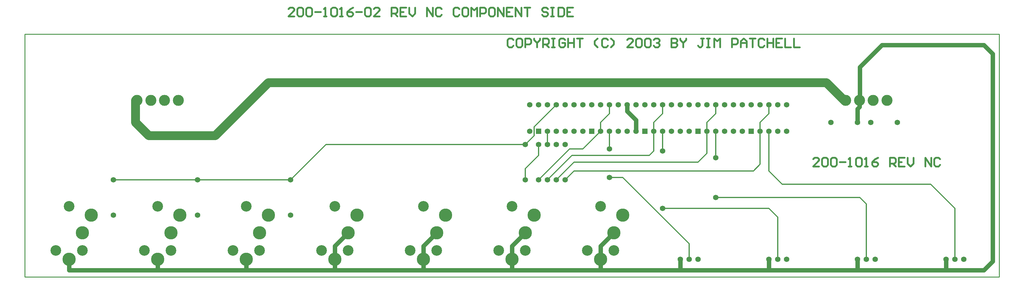
<source format=gtl>
*%FSLAX23Y23*%
*%MOIN*%
G01*
%ADD11C,0.006*%
%ADD12C,0.007*%
%ADD13C,0.008*%
%ADD14C,0.010*%
%ADD15C,0.012*%
%ADD16C,0.020*%
%ADD17C,0.036*%
%ADD18C,0.050*%
%ADD19C,0.056*%
%ADD20C,0.060*%
%ADD21C,0.062*%
%ADD22C,0.066*%
%ADD23C,0.068*%
%ADD24C,0.070*%
%ADD25C,0.080*%
%ADD26C,0.090*%
%ADD27C,0.095*%
%ADD28C,0.100*%
%ADD29C,0.115*%
%ADD30C,0.120*%
%ADD31C,0.125*%
%ADD32C,0.126*%
%ADD33C,0.131*%
%ADD34C,0.150*%
%ADD35C,0.156*%
%ADD36R,0.062X0.062*%
%ADD37R,0.068X0.068*%
D14*
X4228Y6463D02*
X15228D01*
Y9213D02*
X4228D01*
X15228D02*
Y6463D01*
X4228D02*
Y9213D01*
D15*
X9878Y7688D02*
X10028Y7838D01*
X9978Y8163D02*
X10228Y8413D01*
X7628Y7963D02*
X7228Y7563D01*
X10528Y7913D02*
X10728Y8113D01*
X10378Y7913D02*
X10028Y7563D01*
X10128D02*
X10403Y7838D01*
X10428Y7763D02*
X10228Y7563D01*
X14453Y7513D02*
X14728Y7238D01*
X12778Y7513D02*
X12628Y7663D01*
X11728Y6838D02*
X10978Y7588D01*
X12028Y7363D02*
X13653D01*
X12628Y7238D02*
X11428D01*
X6178Y7563D02*
X5228D01*
X6178D02*
X7228D01*
X12778Y7513D02*
X14453D01*
X10978Y7588D02*
X10828D01*
X10428Y7763D02*
X11828D01*
X12453Y7663D02*
X10428D01*
X9878Y7963D02*
X7628D01*
X10378Y7913D02*
X10528D01*
X10403Y7838D02*
X11278D01*
X9878Y7688D02*
Y7563D01*
Y7963D02*
X9978Y8063D01*
X10028Y7963D02*
Y7838D01*
X9978Y8063D02*
Y8163D01*
X10128Y8113D02*
Y7963D01*
X10428Y7663D02*
X10328Y7563D01*
X10828Y8313D02*
Y8413D01*
X10728Y8213D02*
Y8113D01*
X10828D02*
Y7913D01*
X10728Y8213D02*
X10828Y8313D01*
X11428D02*
Y8413D01*
X11328Y8213D02*
Y8113D01*
Y7888D01*
X11428D02*
Y8113D01*
X11328Y8213D02*
X11428Y8313D01*
X11328Y7888D02*
X11278Y7838D01*
X11728Y6838D02*
Y6663D01*
X11828Y7763D02*
X11928Y7863D01*
X12028Y8313D02*
Y8413D01*
X11928Y8213D02*
Y8088D01*
Y8113D01*
Y7863D01*
X12028Y7813D02*
Y8113D01*
X11928Y8213D02*
X12028Y8313D01*
X12528Y8213D02*
Y8113D01*
Y7738D01*
Y8213D02*
X12628Y8313D01*
X12528Y7738D02*
X12453Y7663D01*
X12628Y8313D02*
Y8413D01*
Y8113D02*
Y7663D01*
X12728Y7138D02*
Y6663D01*
Y7138D02*
X12628Y7238D01*
X13728Y7288D02*
Y6663D01*
Y7288D02*
X13653Y7363D01*
X14728Y7238D02*
Y6663D01*
D16*
X7270Y9413D02*
X7203D01*
X7270Y9480D01*
Y9496D01*
X7253Y9513D01*
X7220D01*
X7203Y9496D01*
X7303D02*
X7320Y9513D01*
X7353D01*
X7370Y9496D01*
Y9430D01*
X7353Y9413D01*
X7320D01*
X7303Y9430D01*
Y9496D01*
X7403D02*
X7420Y9513D01*
X7453D01*
X7470Y9496D01*
Y9430D01*
X7453Y9413D01*
X7420D01*
X7403Y9430D01*
Y9496D01*
X7503Y9463D02*
X7570D01*
X7603Y9413D02*
X7636D01*
X7620D01*
Y9513D01*
X7621D01*
X7620D02*
X7603Y9496D01*
X7686D02*
X7703Y9513D01*
X7736D01*
X7753Y9496D01*
Y9430D01*
X7736Y9413D01*
X7703D01*
X7686Y9430D01*
Y9496D01*
X7786Y9413D02*
X7819D01*
X7803D01*
Y9513D01*
X7804D01*
X7803D02*
X7786Y9496D01*
X7903D02*
X7936Y9513D01*
X7903Y9496D02*
X7869Y9463D01*
Y9430D01*
X7886Y9413D01*
X7919D01*
X7936Y9430D01*
Y9446D01*
X7919Y9463D01*
X7869D01*
X7969D02*
X8036D01*
X8069Y9496D02*
X8086Y9513D01*
X8119D01*
X8136Y9496D01*
Y9430D01*
X8119Y9413D01*
X8086D01*
X8069Y9430D01*
Y9496D01*
X8169Y9413D02*
X8236D01*
X8169D02*
X8236Y9480D01*
Y9496D01*
X8219Y9513D01*
X8186D01*
X8169Y9496D01*
X8369Y9513D02*
Y9413D01*
Y9513D02*
X8419D01*
X8436Y9496D01*
Y9463D01*
X8419Y9446D01*
X8369D01*
X8403D02*
X8436Y9413D01*
X8469Y9513D02*
X8536D01*
X8469D02*
Y9413D01*
X8536D01*
X8503Y9463D02*
X8469D01*
X8569Y9446D02*
Y9513D01*
Y9446D02*
X8603Y9413D01*
X8636Y9446D01*
Y9513D01*
X8769D02*
Y9413D01*
X8836D02*
X8769Y9513D01*
X8836D02*
Y9413D01*
X8936Y9496D02*
X8919Y9513D01*
X8886D01*
X8869Y9496D01*
Y9430D01*
X8886Y9413D01*
X8919D01*
X8936Y9430D01*
X9119Y9513D02*
X9136Y9496D01*
X9119Y9513D02*
X9086D01*
X9069Y9496D01*
Y9430D01*
X9086Y9413D01*
X9119D01*
X9136Y9430D01*
X9186Y9513D02*
X9219D01*
X9186D02*
X9169Y9496D01*
Y9430D01*
X9186Y9413D01*
X9219D01*
X9236Y9430D01*
Y9496D01*
X9219Y9513D01*
X9269D02*
Y9413D01*
X9302Y9480D02*
X9269Y9513D01*
X9302Y9480D02*
X9336Y9513D01*
Y9413D01*
X9369D02*
Y9513D01*
X9419D01*
X9436Y9496D01*
Y9463D01*
X9419Y9446D01*
X9369D01*
X9486Y9513D02*
X9519D01*
X9486D02*
X9469Y9496D01*
Y9430D01*
X9486Y9413D01*
X9519D01*
X9536Y9430D01*
Y9496D01*
X9519Y9513D01*
X9569D02*
Y9413D01*
X9636D02*
X9569Y9513D01*
X9636D02*
Y9413D01*
X9669Y9513D02*
X9736D01*
X9669D02*
Y9413D01*
X9736D01*
X9702Y9463D02*
X9669D01*
X9769Y9413D02*
Y9513D01*
X9835Y9413D01*
Y9513D01*
X9869D02*
X9935D01*
X9902D01*
Y9413D01*
X10119Y9513D02*
X10135Y9496D01*
X10119Y9513D02*
X10085D01*
X10069Y9496D01*
Y9480D01*
X10085Y9463D01*
X10119D01*
X10135Y9446D01*
Y9430D01*
X10119Y9413D01*
X10085D01*
X10069Y9430D01*
X10169Y9513D02*
X10202D01*
X10185D01*
Y9413D01*
X10169D01*
X10202D01*
X10252D02*
Y9513D01*
Y9413D02*
X10302D01*
X10319Y9430D01*
Y9496D01*
X10302Y9513D01*
X10252D01*
X10352D02*
X10419D01*
X10352D02*
Y9413D01*
X10419D01*
X10385Y9463D02*
X10352D01*
X9745Y9146D02*
X9728Y9163D01*
X9695D01*
X9678Y9146D01*
Y9080D01*
X9695Y9063D01*
X9728D01*
X9745Y9080D01*
X9795Y9163D02*
X9828D01*
X9795D02*
X9778Y9146D01*
Y9080D01*
X9795Y9063D01*
X9828D01*
X9845Y9080D01*
Y9146D01*
X9828Y9163D01*
X9878D02*
Y9063D01*
Y9163D02*
X9928D01*
X9945Y9146D01*
Y9113D01*
X9928Y9096D01*
X9878D01*
X9978Y9146D02*
Y9163D01*
Y9146D02*
X10011Y9113D01*
X10045Y9146D01*
Y9163D01*
X10011Y9113D02*
Y9063D01*
X10078D02*
Y9163D01*
X10128D01*
X10145Y9146D01*
Y9113D01*
X10128Y9096D01*
X10078D01*
X10111D02*
X10145Y9063D01*
X10178Y9163D02*
X10211D01*
X10194D01*
Y9063D01*
X10178D01*
X10211D01*
X10311Y9163D02*
X10328Y9146D01*
X10311Y9163D02*
X10278D01*
X10261Y9146D01*
Y9080D01*
X10278Y9063D01*
X10311D01*
X10328Y9080D01*
Y9113D01*
X10294D01*
X10361Y9063D02*
Y9163D01*
Y9113D02*
Y9063D01*
Y9113D02*
X10428D01*
Y9163D01*
Y9063D01*
X10461Y9163D02*
X10528D01*
X10494D01*
Y9063D01*
X10661Y9096D02*
X10694Y9063D01*
X10661Y9096D02*
Y9130D01*
X10694Y9163D01*
X10794D02*
X10811Y9146D01*
X10794Y9163D02*
X10761D01*
X10744Y9146D01*
Y9080D01*
X10761Y9063D01*
X10794D01*
X10811Y9080D01*
X10844Y9063D02*
X10878Y9096D01*
Y9130D01*
X10844Y9163D01*
X11028Y9063D02*
X11094D01*
X11028D02*
X11094Y9130D01*
Y9146D01*
X11078Y9163D01*
X11044D01*
X11028Y9146D01*
X11128D02*
X11144Y9163D01*
X11178D01*
X11194Y9146D01*
Y9080D01*
X11178Y9063D01*
X11144D01*
X11128Y9080D01*
Y9146D01*
X11227D02*
X11244Y9163D01*
X11277D01*
X11294Y9146D01*
Y9080D01*
X11277Y9063D01*
X11244D01*
X11227Y9080D01*
Y9146D01*
X11327D02*
X11344Y9163D01*
X11377D01*
X11394Y9146D01*
Y9130D01*
X11395D01*
X11394D02*
X11395D01*
X11394D02*
X11395D01*
X11394D02*
X11377Y9113D01*
X11361D01*
X11377D01*
X11394Y9096D01*
Y9080D01*
X11377Y9063D01*
X11344D01*
X11327Y9080D01*
X11527Y9063D02*
Y9163D01*
Y9063D02*
X11577D01*
X11594Y9080D01*
Y9096D01*
X11577Y9113D01*
X11527D01*
X11528D01*
X11527D02*
X11528D01*
X11527D02*
X11528D01*
X11527D02*
X11577D01*
X11594Y9130D01*
Y9146D01*
X11577Y9163D01*
X11527D01*
X11627D02*
Y9146D01*
X11661Y9113D01*
X11694Y9146D01*
Y9163D01*
X11661Y9113D02*
Y9063D01*
X11861Y9163D02*
X11894D01*
X11877D02*
X11861D01*
X11877D02*
Y9080D01*
X11861Y9063D01*
X11844D01*
X11827Y9080D01*
X11927Y9163D02*
X11961D01*
X11944D01*
Y9063D01*
X11927D01*
X11961D01*
X12011D02*
Y9163D01*
X12044Y9130D01*
X12077Y9163D01*
Y9063D01*
X12211D02*
Y9163D01*
X12260D01*
X12277Y9146D01*
Y9113D01*
X12260Y9096D01*
X12211D01*
X12310Y9130D02*
Y9063D01*
Y9130D02*
X12344Y9163D01*
X12377Y9130D01*
Y9063D01*
Y9113D01*
X12310D01*
X12410Y9163D02*
X12477D01*
X12444D01*
Y9063D01*
X12560Y9163D02*
X12577Y9146D01*
X12560Y9163D02*
X12527D01*
X12510Y9146D01*
Y9080D01*
X12527Y9063D01*
X12560D01*
X12577Y9080D01*
X12610Y9063D02*
Y9163D01*
Y9113D02*
Y9063D01*
Y9113D02*
X12677D01*
Y9163D01*
Y9063D01*
X12710Y9163D02*
X12777D01*
X12710D02*
Y9063D01*
X12777D01*
X12744Y9113D02*
X12710D01*
X12810Y9063D02*
Y9163D01*
Y9063D02*
X12877D01*
X12910D02*
Y9163D01*
Y9063D02*
X12977D01*
X13128Y7713D02*
X13195D01*
X13128D02*
X13195Y7780D01*
Y7796D01*
X13178Y7813D01*
X13145D01*
X13128Y7796D01*
X13228D02*
X13245Y7813D01*
X13278D01*
X13295Y7796D01*
Y7730D01*
X13278Y7713D01*
X13245D01*
X13228Y7730D01*
Y7796D01*
X13328D02*
X13345Y7813D01*
X13378D01*
X13395Y7796D01*
Y7730D01*
X13378Y7713D01*
X13345D01*
X13328Y7730D01*
Y7796D01*
X13428Y7763D02*
X13495D01*
X13528Y7713D02*
X13561D01*
X13545D01*
Y7813D01*
X13546D01*
X13545D02*
X13528Y7796D01*
X13611D02*
X13628Y7813D01*
X13661D01*
X13678Y7796D01*
Y7730D01*
X13661Y7713D01*
X13628D01*
X13611Y7730D01*
Y7796D01*
X13711Y7713D02*
X13744D01*
X13728D01*
Y7813D01*
X13729D01*
X13728D02*
X13711Y7796D01*
X13828D02*
X13861Y7813D01*
X13828Y7796D02*
X13794Y7763D01*
Y7730D01*
X13811Y7713D01*
X13844D01*
X13861Y7730D01*
Y7746D01*
X13844Y7763D01*
X13794D01*
X13994Y7713D02*
Y7813D01*
X14044D01*
X14061Y7796D01*
Y7763D01*
X14044Y7746D01*
X13994D01*
X14028D02*
X14061Y7713D01*
X14094Y7813D02*
X14161D01*
X14094D02*
Y7713D01*
X14161D01*
X14128Y7763D02*
X14094D01*
X14194Y7746D02*
Y7813D01*
Y7746D02*
X14228Y7713D01*
X14261Y7746D01*
Y7813D01*
X14394D02*
Y7713D01*
X14461D02*
X14394Y7813D01*
X14461D02*
Y7713D01*
X14561Y7796D02*
X14544Y7813D01*
X14511D01*
X14494Y7796D01*
Y7730D01*
X14511Y7713D01*
X14544D01*
X14561Y7730D01*
D18*
X15153Y6638D02*
X15053Y6538D01*
X13803Y8988D02*
X13903Y9088D01*
X13803Y8988D02*
X13653Y8838D01*
X13650Y8388D02*
X13628Y8366D01*
X7878Y6963D02*
X7728Y6813D01*
X8728D02*
X8878Y6963D01*
X10728Y6813D02*
X10878Y6963D01*
X9878D02*
X9728Y6813D01*
X11128Y8238D02*
X11028Y8338D01*
X15053Y9088D02*
X15153Y8988D01*
X7728Y6538D02*
X6728D01*
X7728D02*
X8728D01*
X9728D01*
X10728D01*
X11628D01*
X12628D01*
X13628D01*
X14628D01*
X15053D01*
X6728D02*
X5728D01*
X4728D01*
Y6663D01*
X5728D02*
Y6538D01*
X13650Y8463D02*
X13653D01*
X6728Y6663D02*
Y6538D01*
X13903Y9088D02*
X15053D01*
X7728Y6663D02*
Y6538D01*
Y6663D02*
Y6813D01*
X8728Y6663D02*
Y6538D01*
Y6663D02*
Y6813D01*
X9728Y6663D02*
Y6538D01*
Y6663D02*
Y6813D01*
X10728Y6663D02*
Y6538D01*
Y6663D02*
Y6813D01*
X11028Y8338D02*
Y8413D01*
X11128Y8238D02*
Y8113D01*
X11628Y6663D02*
Y6538D01*
X12628D02*
Y6663D01*
X13628D02*
Y6538D01*
Y8213D02*
Y8366D01*
X13653Y8463D02*
Y8838D01*
X13650Y8463D02*
Y8388D01*
X14628Y6663D02*
Y6538D01*
X15153Y6638D02*
Y8988D01*
D21*
X12028Y7813D02*
D03*
Y7363D02*
D03*
X11428Y7888D02*
D03*
Y7238D02*
D03*
X10828Y7913D02*
D03*
Y7588D02*
D03*
X14828Y6663D02*
D03*
X14628D02*
D03*
X14728D02*
D03*
X14078Y8213D02*
D03*
X13778D02*
D03*
X13328D02*
D03*
X13628D02*
D03*
X12828Y8113D02*
D03*
Y8413D02*
D03*
Y6663D02*
D03*
X12628D02*
D03*
X12728D02*
D03*
X13828D02*
D03*
X13628D02*
D03*
X13728D02*
D03*
X11128Y8413D02*
D03*
Y8113D02*
D03*
X11428D02*
D03*
X11528D02*
D03*
Y8413D02*
D03*
X11428D02*
D03*
X11328D02*
D03*
X11228D02*
D03*
X11328Y8113D02*
D03*
X11628D02*
D03*
Y8413D02*
D03*
X11728D02*
D03*
Y8113D02*
D03*
X12028D02*
D03*
X12128D02*
D03*
Y8413D02*
D03*
X12028D02*
D03*
X11928D02*
D03*
X11828D02*
D03*
X11928Y8113D02*
D03*
X12228D02*
D03*
Y8413D02*
D03*
X12328D02*
D03*
Y8113D02*
D03*
X12628D02*
D03*
X12728D02*
D03*
Y8413D02*
D03*
X12628D02*
D03*
X12528D02*
D03*
X12428D02*
D03*
X12528Y8113D02*
D03*
X11828Y6663D02*
D03*
X11628D02*
D03*
X11728D02*
D03*
X10028Y7963D02*
D03*
Y7563D02*
D03*
X9878Y7963D02*
D03*
Y7563D02*
D03*
X10128Y7963D02*
D03*
Y7563D02*
D03*
X10228Y7963D02*
D03*
Y7563D02*
D03*
X10328Y7963D02*
D03*
Y7563D02*
D03*
X9928Y8413D02*
D03*
Y8113D02*
D03*
X10228D02*
D03*
X10328D02*
D03*
Y8413D02*
D03*
X10228D02*
D03*
X10128D02*
D03*
X10028D02*
D03*
X10128Y8113D02*
D03*
X10428D02*
D03*
Y8413D02*
D03*
X10528D02*
D03*
Y8113D02*
D03*
X10828D02*
D03*
X10928D02*
D03*
Y8413D02*
D03*
X10828D02*
D03*
X10728D02*
D03*
X10628D02*
D03*
X10728Y8113D02*
D03*
X11028D02*
D03*
Y8413D02*
D03*
X7228Y7163D02*
D03*
Y7563D02*
D03*
X5228Y7163D02*
D03*
Y7563D02*
D03*
X6178Y7163D02*
D03*
Y7563D02*
D03*
D28*
X6378Y8063D02*
X6978Y8663D01*
X5528Y8163D02*
X5478Y8213D01*
X5528Y8163D02*
X5628Y8063D01*
X13278Y8663D02*
X13478Y8463D01*
X5478D02*
Y8213D01*
X5628Y8063D02*
X6378D01*
X6978Y8663D02*
X13278D01*
D30*
X10578Y6763D02*
D03*
X10878D02*
D03*
X10728Y7263D02*
D03*
X9578Y6763D02*
D03*
X9878D02*
D03*
X9728Y7263D02*
D03*
X8578Y6763D02*
D03*
X8878D02*
D03*
X8728Y7263D02*
D03*
X6578Y6763D02*
D03*
X6878D02*
D03*
X6728Y7263D02*
D03*
X7578Y6763D02*
D03*
X7878D02*
D03*
X7728Y7263D02*
D03*
X5578Y6763D02*
D03*
X5878D02*
D03*
X5728Y7263D02*
D03*
X4578Y6763D02*
D03*
X4878D02*
D03*
X4728Y7263D02*
D03*
D31*
X13650Y8463D02*
D03*
X13962D02*
D03*
X13494D02*
D03*
X13806D02*
D03*
X5806D02*
D03*
X5494D02*
D03*
X5962D02*
D03*
X5650D02*
D03*
D34*
X10978Y7163D02*
D03*
X10878Y6963D02*
D03*
X10728Y6663D02*
D03*
X9978Y7163D02*
D03*
X9878Y6963D02*
D03*
X9728Y6663D02*
D03*
X8978Y7163D02*
D03*
X8878Y6963D02*
D03*
X8728Y6663D02*
D03*
X6978Y7163D02*
D03*
X6878Y6963D02*
D03*
X6728Y6663D02*
D03*
X7978Y7163D02*
D03*
X7878Y6963D02*
D03*
X7728Y6663D02*
D03*
X5978Y7163D02*
D03*
X5878Y6963D02*
D03*
X5728Y6663D02*
D03*
X4978Y7163D02*
D03*
X4878Y6963D02*
D03*
X4728Y6663D02*
D03*
D36*
X11228Y8113D02*
D03*
X11828D02*
D03*
X12428D02*
D03*
X10028D02*
D03*
X10628D02*
D03*
M02*

</source>
